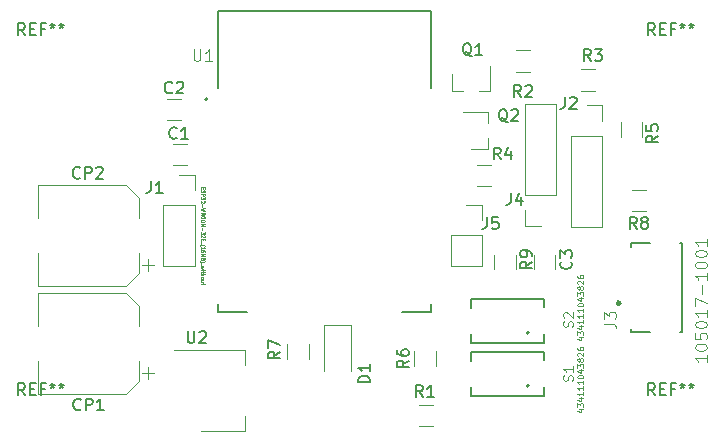
<source format=gto>
G04 #@! TF.GenerationSoftware,KiCad,Pcbnew,(5.1.9)-1*
G04 #@! TF.CreationDate,2021-04-15T13:25:18+02:00*
G04 #@! TF.ProjectId,microfoon,6d696372-6f66-46f6-9f6e-2e6b69636164,rev?*
G04 #@! TF.SameCoordinates,Original*
G04 #@! TF.FileFunction,Legend,Top*
G04 #@! TF.FilePolarity,Positive*
%FSLAX46Y46*%
G04 Gerber Fmt 4.6, Leading zero omitted, Abs format (unit mm)*
G04 Created by KiCad (PCBNEW (5.1.9)-1) date 2021-04-15 13:25:18*
%MOMM*%
%LPD*%
G01*
G04 APERTURE LIST*
%ADD10C,0.120000*%
%ADD11C,0.127000*%
%ADD12C,0.300000*%
%ADD13C,0.200000*%
%ADD14C,0.150000*%
%ADD15C,0.050000*%
G04 APERTURE END LIST*
D10*
X125290000Y-59202064D02*
X125290000Y-57997936D01*
X127110000Y-59202064D02*
X127110000Y-57997936D01*
X136897936Y-52490000D02*
X138102064Y-52490000D01*
X136897936Y-54310000D02*
X138102064Y-54310000D01*
X97565936Y-44810000D02*
X98770064Y-44810000D01*
X97565936Y-46630000D02*
X98770064Y-46630000D01*
X99302064Y-50410000D02*
X98097936Y-50410000D01*
X99302064Y-48590000D02*
X98097936Y-48590000D01*
X132597936Y-44110000D02*
X133802064Y-44110000D01*
X132597936Y-42290000D02*
X133802064Y-42290000D01*
D11*
X138430000Y-64550000D02*
X136850000Y-64550000D01*
X136850000Y-64550000D02*
X136850000Y-64279000D01*
X138430000Y-57050000D02*
X136850000Y-57050000D01*
X136850000Y-57050000D02*
X136850000Y-57321000D01*
D12*
X135900000Y-62100000D02*
G75*
G03*
X135900000Y-62100000I-100000J0D01*
G01*
D11*
X140970000Y-64550000D02*
X141150000Y-64550000D01*
X141150000Y-64550000D02*
X141150000Y-57050000D01*
X141150000Y-57050000D02*
X140970000Y-57050000D01*
D13*
X128200000Y-69100000D02*
G75*
G03*
X128200000Y-69100000I-100000J0D01*
G01*
X123300000Y-66250000D02*
X123300000Y-67000000D01*
X129500000Y-66250000D02*
X123300000Y-66250000D01*
X129500000Y-66900000D02*
X129500000Y-66250000D01*
X123300000Y-69950000D02*
X123300000Y-69200000D01*
X129500000Y-69950000D02*
X123300000Y-69950000D01*
X129500000Y-69200000D02*
X129500000Y-69950000D01*
X129500000Y-64700000D02*
X129500000Y-65450000D01*
X129500000Y-65450000D02*
X123300000Y-65450000D01*
X123300000Y-65450000D02*
X123300000Y-64700000D01*
X129500000Y-62400000D02*
X129500000Y-61750000D01*
X129500000Y-61750000D02*
X123300000Y-61750000D01*
X123300000Y-61750000D02*
X123300000Y-62500000D01*
X128200000Y-64600000D02*
G75*
G03*
X128200000Y-64600000I-100000J0D01*
G01*
D10*
X98200000Y-66090000D02*
X104210000Y-66090000D01*
X100450000Y-72910000D02*
X104210000Y-72910000D01*
X104210000Y-66090000D02*
X104210000Y-67350000D01*
X104210000Y-72910000D02*
X104210000Y-71650000D01*
D11*
X119900000Y-37350000D02*
X119900000Y-43850000D01*
X101900000Y-37350000D02*
X119900000Y-37350000D01*
X101900000Y-43850000D02*
X101900000Y-37350000D01*
X119900000Y-62850000D02*
X119900000Y-62200000D01*
X117450000Y-62850000D02*
X119900000Y-62850000D01*
X101900000Y-62850000D02*
X104350000Y-62850000D01*
X101900000Y-62200000D02*
X101900000Y-62850000D01*
D13*
X101000000Y-44850000D02*
G75*
G03*
X101000000Y-44850000I-100000J0D01*
G01*
D10*
X98600000Y-51230000D02*
X99930000Y-51230000D01*
X99930000Y-51230000D02*
X99930000Y-52560000D01*
X99930000Y-53830000D02*
X99930000Y-58970000D01*
X97270000Y-58970000D02*
X99930000Y-58970000D01*
X97270000Y-53830000D02*
X97270000Y-58970000D01*
X97270000Y-53830000D02*
X99930000Y-53830000D01*
X133100000Y-45370000D02*
X134430000Y-45370000D01*
X134430000Y-45370000D02*
X134430000Y-46700000D01*
X134430000Y-47970000D02*
X134430000Y-55650000D01*
X131770000Y-55650000D02*
X134430000Y-55650000D01*
X131770000Y-47970000D02*
X131770000Y-55650000D01*
X131770000Y-47970000D02*
X134430000Y-47970000D01*
X130530000Y-52950000D02*
X127870000Y-52950000D01*
X130530000Y-52950000D02*
X130530000Y-45270000D01*
X130530000Y-45270000D02*
X127870000Y-45270000D01*
X127870000Y-52950000D02*
X127870000Y-45270000D01*
X127870000Y-55550000D02*
X127870000Y-54220000D01*
X129200000Y-55550000D02*
X127870000Y-55550000D01*
X122900000Y-53770000D02*
X124230000Y-53770000D01*
X124230000Y-53770000D02*
X124230000Y-55100000D01*
X124230000Y-56370000D02*
X124230000Y-58970000D01*
X121570000Y-58970000D02*
X124230000Y-58970000D01*
X121570000Y-56370000D02*
X121570000Y-58970000D01*
X121570000Y-56370000D02*
X124230000Y-56370000D01*
X130450000Y-59202064D02*
X130450000Y-57997936D01*
X128630000Y-59202064D02*
X128630000Y-57997936D01*
X121720000Y-44160000D02*
X122650000Y-44160000D01*
X124880000Y-44160000D02*
X123950000Y-44160000D01*
X124880000Y-44160000D02*
X124880000Y-42000000D01*
X121720000Y-44160000D02*
X121720000Y-42700000D01*
X124760000Y-49080000D02*
X123300000Y-49080000D01*
X124760000Y-45920000D02*
X122600000Y-45920000D01*
X124760000Y-45920000D02*
X124760000Y-46850000D01*
X124760000Y-49080000D02*
X124760000Y-48150000D01*
X118897936Y-70690000D02*
X120102064Y-70690000D01*
X118897936Y-72510000D02*
X120102064Y-72510000D01*
X127097936Y-40690000D02*
X128302064Y-40690000D01*
X127097936Y-42510000D02*
X128302064Y-42510000D01*
X123797936Y-50390000D02*
X125002064Y-50390000D01*
X123797936Y-52210000D02*
X125002064Y-52210000D01*
X137810000Y-48002064D02*
X137810000Y-46797936D01*
X135990000Y-48002064D02*
X135990000Y-46797936D01*
X120310000Y-67402064D02*
X120310000Y-66197936D01*
X118490000Y-67402064D02*
X118490000Y-66197936D01*
X110869999Y-63960001D02*
X110869999Y-67845001D01*
X113139999Y-63960001D02*
X110869999Y-63960001D01*
X113139999Y-67845001D02*
X113139999Y-63960001D01*
X107754999Y-65602937D02*
X107754999Y-66807065D01*
X109574999Y-65602937D02*
X109574999Y-66807065D01*
X95932000Y-68542000D02*
X95932000Y-67542000D01*
X96432000Y-68042000D02*
X95432000Y-68042000D01*
X95192000Y-62336437D02*
X94127563Y-61272000D01*
X95192000Y-68727563D02*
X94127563Y-69792000D01*
X95192000Y-68727563D02*
X95192000Y-67042000D01*
X95192000Y-62336437D02*
X95192000Y-64022000D01*
X94127563Y-61272000D02*
X86672000Y-61272000D01*
X94127563Y-69792000D02*
X86672000Y-69792000D01*
X86672000Y-69792000D02*
X86672000Y-67042000D01*
X86672000Y-61272000D02*
X86672000Y-64022000D01*
X86672000Y-52128000D02*
X86672000Y-54878000D01*
X86672000Y-60648000D02*
X86672000Y-57898000D01*
X94127563Y-60648000D02*
X86672000Y-60648000D01*
X94127563Y-52128000D02*
X86672000Y-52128000D01*
X95192000Y-53192437D02*
X95192000Y-54878000D01*
X95192000Y-59583563D02*
X95192000Y-57898000D01*
X95192000Y-59583563D02*
X94127563Y-60648000D01*
X95192000Y-53192437D02*
X94127563Y-52128000D01*
X96432000Y-58898000D02*
X95432000Y-58898000D01*
X95932000Y-59398000D02*
X95932000Y-58398000D01*
D14*
X85534666Y-39416380D02*
X85201333Y-38940190D01*
X84963238Y-39416380D02*
X84963238Y-38416380D01*
X85344190Y-38416380D01*
X85439428Y-38464000D01*
X85487047Y-38511619D01*
X85534666Y-38606857D01*
X85534666Y-38749714D01*
X85487047Y-38844952D01*
X85439428Y-38892571D01*
X85344190Y-38940190D01*
X84963238Y-38940190D01*
X85963238Y-38892571D02*
X86296571Y-38892571D01*
X86439428Y-39416380D02*
X85963238Y-39416380D01*
X85963238Y-38416380D01*
X86439428Y-38416380D01*
X87201333Y-38892571D02*
X86868000Y-38892571D01*
X86868000Y-39416380D02*
X86868000Y-38416380D01*
X87344190Y-38416380D01*
X87868000Y-38416380D02*
X87868000Y-38654476D01*
X87629904Y-38559238D02*
X87868000Y-38654476D01*
X88106095Y-38559238D01*
X87725142Y-38844952D02*
X87868000Y-38654476D01*
X88010857Y-38844952D01*
X88629904Y-38416380D02*
X88629904Y-38654476D01*
X88391809Y-38559238D02*
X88629904Y-38654476D01*
X88868000Y-38559238D01*
X88487047Y-38844952D02*
X88629904Y-38654476D01*
X88772761Y-38844952D01*
X85534666Y-69896380D02*
X85201333Y-69420190D01*
X84963238Y-69896380D02*
X84963238Y-68896380D01*
X85344190Y-68896380D01*
X85439428Y-68944000D01*
X85487047Y-68991619D01*
X85534666Y-69086857D01*
X85534666Y-69229714D01*
X85487047Y-69324952D01*
X85439428Y-69372571D01*
X85344190Y-69420190D01*
X84963238Y-69420190D01*
X85963238Y-69372571D02*
X86296571Y-69372571D01*
X86439428Y-69896380D02*
X85963238Y-69896380D01*
X85963238Y-68896380D01*
X86439428Y-68896380D01*
X87201333Y-69372571D02*
X86868000Y-69372571D01*
X86868000Y-69896380D02*
X86868000Y-68896380D01*
X87344190Y-68896380D01*
X87868000Y-68896380D02*
X87868000Y-69134476D01*
X87629904Y-69039238D02*
X87868000Y-69134476D01*
X88106095Y-69039238D01*
X87725142Y-69324952D02*
X87868000Y-69134476D01*
X88010857Y-69324952D01*
X88629904Y-68896380D02*
X88629904Y-69134476D01*
X88391809Y-69039238D02*
X88629904Y-69134476D01*
X88868000Y-69039238D01*
X88487047Y-69324952D02*
X88629904Y-69134476D01*
X88772761Y-69324952D01*
X138874666Y-69896380D02*
X138541333Y-69420190D01*
X138303238Y-69896380D02*
X138303238Y-68896380D01*
X138684190Y-68896380D01*
X138779428Y-68944000D01*
X138827047Y-68991619D01*
X138874666Y-69086857D01*
X138874666Y-69229714D01*
X138827047Y-69324952D01*
X138779428Y-69372571D01*
X138684190Y-69420190D01*
X138303238Y-69420190D01*
X139303238Y-69372571D02*
X139636571Y-69372571D01*
X139779428Y-69896380D02*
X139303238Y-69896380D01*
X139303238Y-68896380D01*
X139779428Y-68896380D01*
X140541333Y-69372571D02*
X140208000Y-69372571D01*
X140208000Y-69896380D02*
X140208000Y-68896380D01*
X140684190Y-68896380D01*
X141208000Y-68896380D02*
X141208000Y-69134476D01*
X140969904Y-69039238D02*
X141208000Y-69134476D01*
X141446095Y-69039238D01*
X141065142Y-69324952D02*
X141208000Y-69134476D01*
X141350857Y-69324952D01*
X141969904Y-68896380D02*
X141969904Y-69134476D01*
X141731809Y-69039238D02*
X141969904Y-69134476D01*
X142208000Y-69039238D01*
X141827047Y-69324952D02*
X141969904Y-69134476D01*
X142112761Y-69324952D01*
X138874666Y-39416380D02*
X138541333Y-38940190D01*
X138303238Y-39416380D02*
X138303238Y-38416380D01*
X138684190Y-38416380D01*
X138779428Y-38464000D01*
X138827047Y-38511619D01*
X138874666Y-38606857D01*
X138874666Y-38749714D01*
X138827047Y-38844952D01*
X138779428Y-38892571D01*
X138684190Y-38940190D01*
X138303238Y-38940190D01*
X139303238Y-38892571D02*
X139636571Y-38892571D01*
X139779428Y-39416380D02*
X139303238Y-39416380D01*
X139303238Y-38416380D01*
X139779428Y-38416380D01*
X140541333Y-38892571D02*
X140208000Y-38892571D01*
X140208000Y-39416380D02*
X140208000Y-38416380D01*
X140684190Y-38416380D01*
X141208000Y-38416380D02*
X141208000Y-38654476D01*
X140969904Y-38559238D02*
X141208000Y-38654476D01*
X141446095Y-38559238D01*
X141065142Y-38844952D02*
X141208000Y-38654476D01*
X141350857Y-38844952D01*
X141969904Y-38416380D02*
X141969904Y-38654476D01*
X141731809Y-38559238D02*
X141969904Y-38654476D01*
X142208000Y-38559238D01*
X141827047Y-38844952D02*
X141969904Y-38654476D01*
X142112761Y-38844952D01*
X128468380Y-58586666D02*
X127992190Y-58920000D01*
X128468380Y-59158095D02*
X127468380Y-59158095D01*
X127468380Y-58777142D01*
X127516000Y-58681904D01*
X127563619Y-58634285D01*
X127658857Y-58586666D01*
X127801714Y-58586666D01*
X127896952Y-58634285D01*
X127944571Y-58681904D01*
X127992190Y-58777142D01*
X127992190Y-59158095D01*
X128468380Y-58110476D02*
X128468380Y-57920000D01*
X128420761Y-57824761D01*
X128373142Y-57777142D01*
X128230285Y-57681904D01*
X128039809Y-57634285D01*
X127658857Y-57634285D01*
X127563619Y-57681904D01*
X127516000Y-57729523D01*
X127468380Y-57824761D01*
X127468380Y-58015238D01*
X127516000Y-58110476D01*
X127563619Y-58158095D01*
X127658857Y-58205714D01*
X127896952Y-58205714D01*
X127992190Y-58158095D01*
X128039809Y-58110476D01*
X128087428Y-58015238D01*
X128087428Y-57824761D01*
X128039809Y-57729523D01*
X127992190Y-57681904D01*
X127896952Y-57634285D01*
X137333333Y-55824380D02*
X137000000Y-55348190D01*
X136761904Y-55824380D02*
X136761904Y-54824380D01*
X137142857Y-54824380D01*
X137238095Y-54872000D01*
X137285714Y-54919619D01*
X137333333Y-55014857D01*
X137333333Y-55157714D01*
X137285714Y-55252952D01*
X137238095Y-55300571D01*
X137142857Y-55348190D01*
X136761904Y-55348190D01*
X137904761Y-55252952D02*
X137809523Y-55205333D01*
X137761904Y-55157714D01*
X137714285Y-55062476D01*
X137714285Y-55014857D01*
X137761904Y-54919619D01*
X137809523Y-54872000D01*
X137904761Y-54824380D01*
X138095238Y-54824380D01*
X138190476Y-54872000D01*
X138238095Y-54919619D01*
X138285714Y-55014857D01*
X138285714Y-55062476D01*
X138238095Y-55157714D01*
X138190476Y-55205333D01*
X138095238Y-55252952D01*
X137904761Y-55252952D01*
X137809523Y-55300571D01*
X137761904Y-55348190D01*
X137714285Y-55443428D01*
X137714285Y-55633904D01*
X137761904Y-55729142D01*
X137809523Y-55776761D01*
X137904761Y-55824380D01*
X138095238Y-55824380D01*
X138190476Y-55776761D01*
X138238095Y-55729142D01*
X138285714Y-55633904D01*
X138285714Y-55443428D01*
X138238095Y-55348190D01*
X138190476Y-55300571D01*
X138095238Y-55252952D01*
X98001333Y-44257142D02*
X97953714Y-44304761D01*
X97810857Y-44352380D01*
X97715619Y-44352380D01*
X97572761Y-44304761D01*
X97477523Y-44209523D01*
X97429904Y-44114285D01*
X97382285Y-43923809D01*
X97382285Y-43780952D01*
X97429904Y-43590476D01*
X97477523Y-43495238D01*
X97572761Y-43400000D01*
X97715619Y-43352380D01*
X97810857Y-43352380D01*
X97953714Y-43400000D01*
X98001333Y-43447619D01*
X98382285Y-43447619D02*
X98429904Y-43400000D01*
X98525142Y-43352380D01*
X98763238Y-43352380D01*
X98858476Y-43400000D01*
X98906095Y-43447619D01*
X98953714Y-43542857D01*
X98953714Y-43638095D01*
X98906095Y-43780952D01*
X98334666Y-44352380D01*
X98953714Y-44352380D01*
X98385333Y-48109142D02*
X98337714Y-48156761D01*
X98194857Y-48204380D01*
X98099619Y-48204380D01*
X97956761Y-48156761D01*
X97861523Y-48061523D01*
X97813904Y-47966285D01*
X97766285Y-47775809D01*
X97766285Y-47632952D01*
X97813904Y-47442476D01*
X97861523Y-47347238D01*
X97956761Y-47252000D01*
X98099619Y-47204380D01*
X98194857Y-47204380D01*
X98337714Y-47252000D01*
X98385333Y-47299619D01*
X99337714Y-48204380D02*
X98766285Y-48204380D01*
X99052000Y-48204380D02*
X99052000Y-47204380D01*
X98956761Y-47347238D01*
X98861523Y-47442476D01*
X98766285Y-47490095D01*
X133437333Y-41600380D02*
X133104000Y-41124190D01*
X132865904Y-41600380D02*
X132865904Y-40600380D01*
X133246857Y-40600380D01*
X133342095Y-40648000D01*
X133389714Y-40695619D01*
X133437333Y-40790857D01*
X133437333Y-40933714D01*
X133389714Y-41028952D01*
X133342095Y-41076571D01*
X133246857Y-41124190D01*
X132865904Y-41124190D01*
X133770666Y-40600380D02*
X134389714Y-40600380D01*
X134056380Y-40981333D01*
X134199238Y-40981333D01*
X134294476Y-41028952D01*
X134342095Y-41076571D01*
X134389714Y-41171809D01*
X134389714Y-41409904D01*
X134342095Y-41505142D01*
X134294476Y-41552761D01*
X134199238Y-41600380D01*
X133913523Y-41600380D01*
X133818285Y-41552761D01*
X133770666Y-41505142D01*
D15*
X134579882Y-63833636D02*
X135294818Y-63833636D01*
X135437805Y-63881299D01*
X135533130Y-63976623D01*
X135580792Y-64119610D01*
X135580792Y-64214935D01*
X134579882Y-63452337D02*
X134579882Y-62832726D01*
X134961181Y-63166363D01*
X134961181Y-63023376D01*
X135008844Y-62928051D01*
X135056506Y-62880389D01*
X135151831Y-62832726D01*
X135390143Y-62832726D01*
X135485467Y-62880389D01*
X135533130Y-62928051D01*
X135580792Y-63023376D01*
X135580792Y-63309350D01*
X135533130Y-63404675D01*
X135485467Y-63452337D01*
X143273716Y-66504169D02*
X143273716Y-67076615D01*
X143273716Y-66790392D02*
X142271936Y-66790392D01*
X142415047Y-66885800D01*
X142510455Y-66981207D01*
X142558159Y-67076615D01*
X142271936Y-65884020D02*
X142271936Y-65788612D01*
X142319640Y-65693204D01*
X142367343Y-65645500D01*
X142462751Y-65597797D01*
X142653566Y-65550093D01*
X142892085Y-65550093D01*
X143082900Y-65597797D01*
X143178308Y-65645500D01*
X143226012Y-65693204D01*
X143273716Y-65788612D01*
X143273716Y-65884020D01*
X143226012Y-65979427D01*
X143178308Y-66027131D01*
X143082900Y-66074835D01*
X142892085Y-66122539D01*
X142653566Y-66122539D01*
X142462751Y-66074835D01*
X142367343Y-66027131D01*
X142319640Y-65979427D01*
X142271936Y-65884020D01*
X142271936Y-64643720D02*
X142271936Y-65120759D01*
X142748974Y-65168462D01*
X142701270Y-65120759D01*
X142653566Y-65025351D01*
X142653566Y-64786832D01*
X142701270Y-64691424D01*
X142748974Y-64643720D01*
X142844381Y-64596017D01*
X143082900Y-64596017D01*
X143178308Y-64643720D01*
X143226012Y-64691424D01*
X143273716Y-64786832D01*
X143273716Y-65025351D01*
X143226012Y-65120759D01*
X143178308Y-65168462D01*
X142271936Y-63975867D02*
X142271936Y-63880460D01*
X142319640Y-63785052D01*
X142367343Y-63737348D01*
X142462751Y-63689644D01*
X142653566Y-63641940D01*
X142892085Y-63641940D01*
X143082900Y-63689644D01*
X143178308Y-63737348D01*
X143226012Y-63785052D01*
X143273716Y-63880460D01*
X143273716Y-63975867D01*
X143226012Y-64071275D01*
X143178308Y-64118979D01*
X143082900Y-64166682D01*
X142892085Y-64214386D01*
X142653566Y-64214386D01*
X142462751Y-64166682D01*
X142367343Y-64118979D01*
X142319640Y-64071275D01*
X142271936Y-63975867D01*
X143273716Y-62687864D02*
X143273716Y-63260310D01*
X143273716Y-62974087D02*
X142271936Y-62974087D01*
X142415047Y-63069495D01*
X142510455Y-63164902D01*
X142558159Y-63260310D01*
X142271936Y-62353938D02*
X142271936Y-61686084D01*
X143273716Y-62115419D01*
X142892085Y-61304454D02*
X142892085Y-60541193D01*
X143273716Y-59539413D02*
X143273716Y-60111859D01*
X143273716Y-59825636D02*
X142271936Y-59825636D01*
X142415047Y-59921043D01*
X142510455Y-60016451D01*
X142558159Y-60111859D01*
X142271936Y-58919263D02*
X142271936Y-58823856D01*
X142319640Y-58728448D01*
X142367343Y-58680744D01*
X142462751Y-58633040D01*
X142653566Y-58585337D01*
X142892085Y-58585337D01*
X143082900Y-58633040D01*
X143178308Y-58680744D01*
X143226012Y-58728448D01*
X143273716Y-58823856D01*
X143273716Y-58919263D01*
X143226012Y-59014671D01*
X143178308Y-59062375D01*
X143082900Y-59110079D01*
X142892085Y-59157782D01*
X142653566Y-59157782D01*
X142462751Y-59110079D01*
X142367343Y-59062375D01*
X142319640Y-59014671D01*
X142271936Y-58919263D01*
X142271936Y-57965187D02*
X142271936Y-57869780D01*
X142319640Y-57774372D01*
X142367343Y-57726668D01*
X142462751Y-57678964D01*
X142653566Y-57631260D01*
X142892085Y-57631260D01*
X143082900Y-57678964D01*
X143178308Y-57726668D01*
X143226012Y-57774372D01*
X143273716Y-57869780D01*
X143273716Y-57965187D01*
X143226012Y-58060595D01*
X143178308Y-58108299D01*
X143082900Y-58156002D01*
X142892085Y-58203706D01*
X142653566Y-58203706D01*
X142462751Y-58156002D01*
X142367343Y-58108299D01*
X142319640Y-58060595D01*
X142271936Y-57965187D01*
X143273716Y-56677184D02*
X143273716Y-57249630D01*
X143273716Y-56963407D02*
X142271936Y-56963407D01*
X142415047Y-57058815D01*
X142510455Y-57154222D01*
X142558159Y-57249630D01*
X131895809Y-68681523D02*
X131933904Y-68567238D01*
X131933904Y-68376761D01*
X131895809Y-68300571D01*
X131857714Y-68262476D01*
X131781523Y-68224380D01*
X131705333Y-68224380D01*
X131629142Y-68262476D01*
X131591047Y-68300571D01*
X131552952Y-68376761D01*
X131514857Y-68529142D01*
X131476761Y-68605333D01*
X131438666Y-68643428D01*
X131362476Y-68681523D01*
X131286285Y-68681523D01*
X131210095Y-68643428D01*
X131172000Y-68605333D01*
X131133904Y-68529142D01*
X131133904Y-68338666D01*
X131172000Y-68224380D01*
X131933904Y-67462476D02*
X131933904Y-67919619D01*
X131933904Y-67691047D02*
X131133904Y-67691047D01*
X131248190Y-67767238D01*
X131324380Y-67843428D01*
X131362476Y-67919619D01*
X132480857Y-71103809D02*
X132814190Y-71103809D01*
X132290380Y-71222857D02*
X132647523Y-71341904D01*
X132647523Y-71032380D01*
X132314190Y-70889523D02*
X132314190Y-70580000D01*
X132504666Y-70746666D01*
X132504666Y-70675238D01*
X132528476Y-70627619D01*
X132552285Y-70603809D01*
X132599904Y-70580000D01*
X132718952Y-70580000D01*
X132766571Y-70603809D01*
X132790380Y-70627619D01*
X132814190Y-70675238D01*
X132814190Y-70818095D01*
X132790380Y-70865714D01*
X132766571Y-70889523D01*
X132480857Y-70151428D02*
X132814190Y-70151428D01*
X132290380Y-70270476D02*
X132647523Y-70389523D01*
X132647523Y-70080000D01*
X132814190Y-69627619D02*
X132814190Y-69913333D01*
X132814190Y-69770476D02*
X132314190Y-69770476D01*
X132385619Y-69818095D01*
X132433238Y-69865714D01*
X132457047Y-69913333D01*
X132814190Y-69151428D02*
X132814190Y-69437142D01*
X132814190Y-69294285D02*
X132314190Y-69294285D01*
X132385619Y-69341904D01*
X132433238Y-69389523D01*
X132457047Y-69437142D01*
X132814190Y-68675238D02*
X132814190Y-68960952D01*
X132814190Y-68818095D02*
X132314190Y-68818095D01*
X132385619Y-68865714D01*
X132433238Y-68913333D01*
X132457047Y-68960952D01*
X132314190Y-68365714D02*
X132314190Y-68318095D01*
X132338000Y-68270476D01*
X132361809Y-68246666D01*
X132409428Y-68222857D01*
X132504666Y-68199047D01*
X132623714Y-68199047D01*
X132718952Y-68222857D01*
X132766571Y-68246666D01*
X132790380Y-68270476D01*
X132814190Y-68318095D01*
X132814190Y-68365714D01*
X132790380Y-68413333D01*
X132766571Y-68437142D01*
X132718952Y-68460952D01*
X132623714Y-68484761D01*
X132504666Y-68484761D01*
X132409428Y-68460952D01*
X132361809Y-68437142D01*
X132338000Y-68413333D01*
X132314190Y-68365714D01*
X132480857Y-67770476D02*
X132814190Y-67770476D01*
X132290380Y-67889523D02*
X132647523Y-68008571D01*
X132647523Y-67699047D01*
X132314190Y-67556190D02*
X132314190Y-67246666D01*
X132504666Y-67413333D01*
X132504666Y-67341904D01*
X132528476Y-67294285D01*
X132552285Y-67270476D01*
X132599904Y-67246666D01*
X132718952Y-67246666D01*
X132766571Y-67270476D01*
X132790380Y-67294285D01*
X132814190Y-67341904D01*
X132814190Y-67484761D01*
X132790380Y-67532380D01*
X132766571Y-67556190D01*
X132528476Y-66960952D02*
X132504666Y-67008571D01*
X132480857Y-67032380D01*
X132433238Y-67056190D01*
X132409428Y-67056190D01*
X132361809Y-67032380D01*
X132338000Y-67008571D01*
X132314190Y-66960952D01*
X132314190Y-66865714D01*
X132338000Y-66818095D01*
X132361809Y-66794285D01*
X132409428Y-66770476D01*
X132433238Y-66770476D01*
X132480857Y-66794285D01*
X132504666Y-66818095D01*
X132528476Y-66865714D01*
X132528476Y-66960952D01*
X132552285Y-67008571D01*
X132576095Y-67032380D01*
X132623714Y-67056190D01*
X132718952Y-67056190D01*
X132766571Y-67032380D01*
X132790380Y-67008571D01*
X132814190Y-66960952D01*
X132814190Y-66865714D01*
X132790380Y-66818095D01*
X132766571Y-66794285D01*
X132718952Y-66770476D01*
X132623714Y-66770476D01*
X132576095Y-66794285D01*
X132552285Y-66818095D01*
X132528476Y-66865714D01*
X132361809Y-66580000D02*
X132338000Y-66556190D01*
X132314190Y-66508571D01*
X132314190Y-66389523D01*
X132338000Y-66341904D01*
X132361809Y-66318095D01*
X132409428Y-66294285D01*
X132457047Y-66294285D01*
X132528476Y-66318095D01*
X132814190Y-66603809D01*
X132814190Y-66294285D01*
X132314190Y-65865714D02*
X132314190Y-65960952D01*
X132338000Y-66008571D01*
X132361809Y-66032380D01*
X132433238Y-66080000D01*
X132528476Y-66103809D01*
X132718952Y-66103809D01*
X132766571Y-66080000D01*
X132790380Y-66056190D01*
X132814190Y-66008571D01*
X132814190Y-65913333D01*
X132790380Y-65865714D01*
X132766571Y-65841904D01*
X132718952Y-65818095D01*
X132599904Y-65818095D01*
X132552285Y-65841904D01*
X132528476Y-65865714D01*
X132504666Y-65913333D01*
X132504666Y-66008571D01*
X132528476Y-66056190D01*
X132552285Y-66080000D01*
X132599904Y-66103809D01*
X131895809Y-64109523D02*
X131933904Y-63995238D01*
X131933904Y-63804761D01*
X131895809Y-63728571D01*
X131857714Y-63690476D01*
X131781523Y-63652380D01*
X131705333Y-63652380D01*
X131629142Y-63690476D01*
X131591047Y-63728571D01*
X131552952Y-63804761D01*
X131514857Y-63957142D01*
X131476761Y-64033333D01*
X131438666Y-64071428D01*
X131362476Y-64109523D01*
X131286285Y-64109523D01*
X131210095Y-64071428D01*
X131172000Y-64033333D01*
X131133904Y-63957142D01*
X131133904Y-63766666D01*
X131172000Y-63652380D01*
X131210095Y-63347619D02*
X131172000Y-63309523D01*
X131133904Y-63233333D01*
X131133904Y-63042857D01*
X131172000Y-62966666D01*
X131210095Y-62928571D01*
X131286285Y-62890476D01*
X131362476Y-62890476D01*
X131476761Y-62928571D01*
X131933904Y-63385714D01*
X131933904Y-62890476D01*
X132480857Y-65007809D02*
X132814190Y-65007809D01*
X132290380Y-65126857D02*
X132647523Y-65245904D01*
X132647523Y-64936380D01*
X132314190Y-64793523D02*
X132314190Y-64484000D01*
X132504666Y-64650666D01*
X132504666Y-64579238D01*
X132528476Y-64531619D01*
X132552285Y-64507809D01*
X132599904Y-64484000D01*
X132718952Y-64484000D01*
X132766571Y-64507809D01*
X132790380Y-64531619D01*
X132814190Y-64579238D01*
X132814190Y-64722095D01*
X132790380Y-64769714D01*
X132766571Y-64793523D01*
X132480857Y-64055428D02*
X132814190Y-64055428D01*
X132290380Y-64174476D02*
X132647523Y-64293523D01*
X132647523Y-63984000D01*
X132814190Y-63531619D02*
X132814190Y-63817333D01*
X132814190Y-63674476D02*
X132314190Y-63674476D01*
X132385619Y-63722095D01*
X132433238Y-63769714D01*
X132457047Y-63817333D01*
X132814190Y-63055428D02*
X132814190Y-63341142D01*
X132814190Y-63198285D02*
X132314190Y-63198285D01*
X132385619Y-63245904D01*
X132433238Y-63293523D01*
X132457047Y-63341142D01*
X132814190Y-62579238D02*
X132814190Y-62864952D01*
X132814190Y-62722095D02*
X132314190Y-62722095D01*
X132385619Y-62769714D01*
X132433238Y-62817333D01*
X132457047Y-62864952D01*
X132314190Y-62269714D02*
X132314190Y-62222095D01*
X132338000Y-62174476D01*
X132361809Y-62150666D01*
X132409428Y-62126857D01*
X132504666Y-62103047D01*
X132623714Y-62103047D01*
X132718952Y-62126857D01*
X132766571Y-62150666D01*
X132790380Y-62174476D01*
X132814190Y-62222095D01*
X132814190Y-62269714D01*
X132790380Y-62317333D01*
X132766571Y-62341142D01*
X132718952Y-62364952D01*
X132623714Y-62388761D01*
X132504666Y-62388761D01*
X132409428Y-62364952D01*
X132361809Y-62341142D01*
X132338000Y-62317333D01*
X132314190Y-62269714D01*
X132480857Y-61674476D02*
X132814190Y-61674476D01*
X132290380Y-61793523D02*
X132647523Y-61912571D01*
X132647523Y-61603047D01*
X132314190Y-61460190D02*
X132314190Y-61150666D01*
X132504666Y-61317333D01*
X132504666Y-61245904D01*
X132528476Y-61198285D01*
X132552285Y-61174476D01*
X132599904Y-61150666D01*
X132718952Y-61150666D01*
X132766571Y-61174476D01*
X132790380Y-61198285D01*
X132814190Y-61245904D01*
X132814190Y-61388761D01*
X132790380Y-61436380D01*
X132766571Y-61460190D01*
X132528476Y-60864952D02*
X132504666Y-60912571D01*
X132480857Y-60936380D01*
X132433238Y-60960190D01*
X132409428Y-60960190D01*
X132361809Y-60936380D01*
X132338000Y-60912571D01*
X132314190Y-60864952D01*
X132314190Y-60769714D01*
X132338000Y-60722095D01*
X132361809Y-60698285D01*
X132409428Y-60674476D01*
X132433238Y-60674476D01*
X132480857Y-60698285D01*
X132504666Y-60722095D01*
X132528476Y-60769714D01*
X132528476Y-60864952D01*
X132552285Y-60912571D01*
X132576095Y-60936380D01*
X132623714Y-60960190D01*
X132718952Y-60960190D01*
X132766571Y-60936380D01*
X132790380Y-60912571D01*
X132814190Y-60864952D01*
X132814190Y-60769714D01*
X132790380Y-60722095D01*
X132766571Y-60698285D01*
X132718952Y-60674476D01*
X132623714Y-60674476D01*
X132576095Y-60698285D01*
X132552285Y-60722095D01*
X132528476Y-60769714D01*
X132361809Y-60484000D02*
X132338000Y-60460190D01*
X132314190Y-60412571D01*
X132314190Y-60293523D01*
X132338000Y-60245904D01*
X132361809Y-60222095D01*
X132409428Y-60198285D01*
X132457047Y-60198285D01*
X132528476Y-60222095D01*
X132814190Y-60507809D01*
X132814190Y-60198285D01*
X132314190Y-59769714D02*
X132314190Y-59864952D01*
X132338000Y-59912571D01*
X132361809Y-59936380D01*
X132433238Y-59984000D01*
X132528476Y-60007809D01*
X132718952Y-60007809D01*
X132766571Y-59984000D01*
X132790380Y-59960190D01*
X132814190Y-59912571D01*
X132814190Y-59817333D01*
X132790380Y-59769714D01*
X132766571Y-59745904D01*
X132718952Y-59722095D01*
X132599904Y-59722095D01*
X132552285Y-59745904D01*
X132528476Y-59769714D01*
X132504666Y-59817333D01*
X132504666Y-59912571D01*
X132528476Y-59960190D01*
X132552285Y-59984000D01*
X132599904Y-60007809D01*
D14*
X99314095Y-64476380D02*
X99314095Y-65285904D01*
X99361714Y-65381142D01*
X99409333Y-65428761D01*
X99504571Y-65476380D01*
X99695047Y-65476380D01*
X99790285Y-65428761D01*
X99837904Y-65381142D01*
X99885523Y-65285904D01*
X99885523Y-64476380D01*
X100314095Y-64571619D02*
X100361714Y-64524000D01*
X100456952Y-64476380D01*
X100695047Y-64476380D01*
X100790285Y-64524000D01*
X100837904Y-64571619D01*
X100885523Y-64666857D01*
X100885523Y-64762095D01*
X100837904Y-64904952D01*
X100266476Y-65476380D01*
X100885523Y-65476380D01*
D15*
X99822095Y-40600380D02*
X99822095Y-41409904D01*
X99869714Y-41505142D01*
X99917333Y-41552761D01*
X100012571Y-41600380D01*
X100203047Y-41600380D01*
X100298285Y-41552761D01*
X100345904Y-41505142D01*
X100393523Y-41409904D01*
X100393523Y-40600380D01*
X101393523Y-41600380D02*
X100822095Y-41600380D01*
X101107809Y-41600380D02*
X101107809Y-40600380D01*
X101012571Y-40743238D01*
X100917333Y-40838476D01*
X100822095Y-40886095D01*
X100605428Y-52302285D02*
X100605428Y-52402285D01*
X100448285Y-52445142D02*
X100448285Y-52302285D01*
X100748285Y-52302285D01*
X100748285Y-52445142D01*
X100462571Y-52559428D02*
X100448285Y-52602285D01*
X100448285Y-52673714D01*
X100462571Y-52702285D01*
X100476857Y-52716571D01*
X100505428Y-52730857D01*
X100534000Y-52730857D01*
X100562571Y-52716571D01*
X100576857Y-52702285D01*
X100591142Y-52673714D01*
X100605428Y-52616571D01*
X100619714Y-52588000D01*
X100634000Y-52573714D01*
X100662571Y-52559428D01*
X100691142Y-52559428D01*
X100719714Y-52573714D01*
X100734000Y-52588000D01*
X100748285Y-52616571D01*
X100748285Y-52688000D01*
X100734000Y-52730857D01*
X100448285Y-52859428D02*
X100748285Y-52859428D01*
X100748285Y-52973714D01*
X100734000Y-53002285D01*
X100719714Y-53016571D01*
X100691142Y-53030857D01*
X100648285Y-53030857D01*
X100619714Y-53016571D01*
X100605428Y-53002285D01*
X100591142Y-52973714D01*
X100591142Y-52859428D01*
X100748285Y-53130857D02*
X100748285Y-53316571D01*
X100634000Y-53216571D01*
X100634000Y-53259428D01*
X100619714Y-53288000D01*
X100605428Y-53302285D01*
X100576857Y-53316571D01*
X100505428Y-53316571D01*
X100476857Y-53302285D01*
X100462571Y-53288000D01*
X100448285Y-53259428D01*
X100448285Y-53173714D01*
X100462571Y-53145142D01*
X100476857Y-53130857D01*
X100719714Y-53430857D02*
X100734000Y-53445142D01*
X100748285Y-53473714D01*
X100748285Y-53545142D01*
X100734000Y-53573714D01*
X100719714Y-53588000D01*
X100691142Y-53602285D01*
X100662571Y-53602285D01*
X100619714Y-53588000D01*
X100448285Y-53416571D01*
X100448285Y-53602285D01*
X100562571Y-53730857D02*
X100562571Y-53959428D01*
X100748285Y-54073714D02*
X100448285Y-54145142D01*
X100662571Y-54202285D01*
X100448285Y-54259428D01*
X100748285Y-54330857D01*
X100448285Y-54616571D02*
X100591142Y-54516571D01*
X100448285Y-54445142D02*
X100748285Y-54445142D01*
X100748285Y-54559428D01*
X100734000Y-54588000D01*
X100719714Y-54602285D01*
X100691142Y-54616571D01*
X100648285Y-54616571D01*
X100619714Y-54602285D01*
X100605428Y-54588000D01*
X100591142Y-54559428D01*
X100591142Y-54445142D01*
X100748285Y-54802285D02*
X100748285Y-54859428D01*
X100734000Y-54888000D01*
X100705428Y-54916571D01*
X100648285Y-54930857D01*
X100548285Y-54930857D01*
X100491142Y-54916571D01*
X100462571Y-54888000D01*
X100448285Y-54859428D01*
X100448285Y-54802285D01*
X100462571Y-54773714D01*
X100491142Y-54745142D01*
X100548285Y-54730857D01*
X100648285Y-54730857D01*
X100705428Y-54745142D01*
X100734000Y-54773714D01*
X100748285Y-54802285D01*
X100748285Y-55116571D02*
X100748285Y-55173714D01*
X100734000Y-55202285D01*
X100705428Y-55230857D01*
X100648285Y-55245142D01*
X100548285Y-55245142D01*
X100491142Y-55230857D01*
X100462571Y-55202285D01*
X100448285Y-55173714D01*
X100448285Y-55116571D01*
X100462571Y-55088000D01*
X100491142Y-55059428D01*
X100548285Y-55045142D01*
X100648285Y-55045142D01*
X100705428Y-55059428D01*
X100734000Y-55088000D01*
X100748285Y-55116571D01*
X100448285Y-55373714D02*
X100748285Y-55373714D01*
X100534000Y-55473714D01*
X100748285Y-55573714D01*
X100448285Y-55573714D01*
X100562571Y-55716571D02*
X100562571Y-55945142D01*
X100748285Y-56059428D02*
X100748285Y-56245142D01*
X100634000Y-56145142D01*
X100634000Y-56188000D01*
X100619714Y-56216571D01*
X100605428Y-56230857D01*
X100576857Y-56245142D01*
X100505428Y-56245142D01*
X100476857Y-56230857D01*
X100462571Y-56216571D01*
X100448285Y-56188000D01*
X100448285Y-56102285D01*
X100462571Y-56073714D01*
X100476857Y-56059428D01*
X100719714Y-56359428D02*
X100734000Y-56373714D01*
X100748285Y-56402285D01*
X100748285Y-56473714D01*
X100734000Y-56502285D01*
X100719714Y-56516571D01*
X100691142Y-56530857D01*
X100662571Y-56530857D01*
X100619714Y-56516571D01*
X100448285Y-56345142D01*
X100448285Y-56530857D01*
X100605428Y-56659428D02*
X100605428Y-56759428D01*
X100448285Y-56802285D02*
X100448285Y-56659428D01*
X100748285Y-56659428D01*
X100748285Y-56802285D01*
X100419714Y-56859428D02*
X100419714Y-57088000D01*
X100334000Y-57245142D02*
X100348285Y-57230857D01*
X100391142Y-57202285D01*
X100419714Y-57188000D01*
X100462571Y-57173714D01*
X100534000Y-57159428D01*
X100591142Y-57159428D01*
X100662571Y-57173714D01*
X100705428Y-57188000D01*
X100734000Y-57202285D01*
X100776857Y-57230857D01*
X100791142Y-57245142D01*
X100448285Y-57516571D02*
X100448285Y-57345142D01*
X100448285Y-57430857D02*
X100748285Y-57430857D01*
X100705428Y-57402285D01*
X100676857Y-57373714D01*
X100662571Y-57345142D01*
X100748285Y-57773714D02*
X100748285Y-57716571D01*
X100734000Y-57688000D01*
X100719714Y-57673714D01*
X100676857Y-57645142D01*
X100619714Y-57630857D01*
X100505428Y-57630857D01*
X100476857Y-57645142D01*
X100462571Y-57659428D01*
X100448285Y-57688000D01*
X100448285Y-57745142D01*
X100462571Y-57773714D01*
X100476857Y-57788000D01*
X100505428Y-57802285D01*
X100576857Y-57802285D01*
X100605428Y-57788000D01*
X100619714Y-57773714D01*
X100634000Y-57745142D01*
X100634000Y-57688000D01*
X100619714Y-57659428D01*
X100605428Y-57645142D01*
X100576857Y-57630857D01*
X100448285Y-57930857D02*
X100748285Y-57930857D01*
X100534000Y-58030857D01*
X100748285Y-58130857D01*
X100448285Y-58130857D01*
X100605428Y-58373714D02*
X100591142Y-58416571D01*
X100576857Y-58430857D01*
X100548285Y-58445142D01*
X100505428Y-58445142D01*
X100476857Y-58430857D01*
X100462571Y-58416571D01*
X100448285Y-58388000D01*
X100448285Y-58273714D01*
X100748285Y-58273714D01*
X100748285Y-58373714D01*
X100734000Y-58402285D01*
X100719714Y-58416571D01*
X100691142Y-58430857D01*
X100662571Y-58430857D01*
X100634000Y-58416571D01*
X100619714Y-58402285D01*
X100605428Y-58373714D01*
X100605428Y-58273714D01*
X100334000Y-58545142D02*
X100348285Y-58559428D01*
X100391142Y-58588000D01*
X100419714Y-58602285D01*
X100462571Y-58616571D01*
X100534000Y-58630857D01*
X100591142Y-58630857D01*
X100662571Y-58616571D01*
X100705428Y-58602285D01*
X100734000Y-58588000D01*
X100776857Y-58559428D01*
X100791142Y-58545142D01*
X100419714Y-58702285D02*
X100419714Y-58930857D01*
X100648285Y-58973714D02*
X100448285Y-59030857D01*
X100591142Y-59088000D01*
X100448285Y-59145142D01*
X100648285Y-59202285D01*
X100448285Y-59316571D02*
X100648285Y-59316571D01*
X100748285Y-59316571D02*
X100734000Y-59302285D01*
X100719714Y-59316571D01*
X100734000Y-59330857D01*
X100748285Y-59316571D01*
X100719714Y-59316571D01*
X100648285Y-59416571D02*
X100648285Y-59530857D01*
X100748285Y-59459428D02*
X100491142Y-59459428D01*
X100462571Y-59473714D01*
X100448285Y-59502285D01*
X100448285Y-59530857D01*
X100448285Y-59630857D02*
X100748285Y-59630857D01*
X100448285Y-59759428D02*
X100605428Y-59759428D01*
X100634000Y-59745142D01*
X100648285Y-59716571D01*
X100648285Y-59673714D01*
X100634000Y-59645142D01*
X100619714Y-59630857D01*
X100448285Y-59945142D02*
X100462571Y-59916571D01*
X100476857Y-59902285D01*
X100505428Y-59888000D01*
X100591142Y-59888000D01*
X100619714Y-59902285D01*
X100634000Y-59916571D01*
X100648285Y-59945142D01*
X100648285Y-59988000D01*
X100634000Y-60016571D01*
X100619714Y-60030857D01*
X100591142Y-60045142D01*
X100505428Y-60045142D01*
X100476857Y-60030857D01*
X100462571Y-60016571D01*
X100448285Y-59988000D01*
X100448285Y-59945142D01*
X100648285Y-60302285D02*
X100448285Y-60302285D01*
X100648285Y-60173714D02*
X100491142Y-60173714D01*
X100462571Y-60188000D01*
X100448285Y-60216571D01*
X100448285Y-60259428D01*
X100462571Y-60288000D01*
X100476857Y-60302285D01*
X100648285Y-60402285D02*
X100648285Y-60516571D01*
X100748285Y-60445142D02*
X100491142Y-60445142D01*
X100462571Y-60459428D01*
X100448285Y-60488000D01*
X100448285Y-60516571D01*
D14*
X96186666Y-51776380D02*
X96186666Y-52490666D01*
X96139047Y-52633523D01*
X96043809Y-52728761D01*
X95900952Y-52776380D01*
X95805714Y-52776380D01*
X97186666Y-52776380D02*
X96615238Y-52776380D01*
X96900952Y-52776380D02*
X96900952Y-51776380D01*
X96805714Y-51919238D01*
X96710476Y-52014476D01*
X96615238Y-52062095D01*
X131238666Y-44664380D02*
X131238666Y-45378666D01*
X131191047Y-45521523D01*
X131095809Y-45616761D01*
X130952952Y-45664380D01*
X130857714Y-45664380D01*
X131667238Y-44759619D02*
X131714857Y-44712000D01*
X131810095Y-44664380D01*
X132048190Y-44664380D01*
X132143428Y-44712000D01*
X132191047Y-44759619D01*
X132238666Y-44854857D01*
X132238666Y-44950095D01*
X132191047Y-45092952D01*
X131619619Y-45664380D01*
X132238666Y-45664380D01*
X126666666Y-52792380D02*
X126666666Y-53506666D01*
X126619047Y-53649523D01*
X126523809Y-53744761D01*
X126380952Y-53792380D01*
X126285714Y-53792380D01*
X127571428Y-53125714D02*
X127571428Y-53792380D01*
X127333333Y-52744761D02*
X127095238Y-53459047D01*
X127714285Y-53459047D01*
X124634666Y-54824380D02*
X124634666Y-55538666D01*
X124587047Y-55681523D01*
X124491809Y-55776761D01*
X124348952Y-55824380D01*
X124253714Y-55824380D01*
X125587047Y-54824380D02*
X125110857Y-54824380D01*
X125063238Y-55300571D01*
X125110857Y-55252952D01*
X125206095Y-55205333D01*
X125444190Y-55205333D01*
X125539428Y-55252952D01*
X125587047Y-55300571D01*
X125634666Y-55395809D01*
X125634666Y-55633904D01*
X125587047Y-55729142D01*
X125539428Y-55776761D01*
X125444190Y-55824380D01*
X125206095Y-55824380D01*
X125110857Y-55776761D01*
X125063238Y-55729142D01*
X131761142Y-58586666D02*
X131808761Y-58634285D01*
X131856380Y-58777142D01*
X131856380Y-58872380D01*
X131808761Y-59015238D01*
X131713523Y-59110476D01*
X131618285Y-59158095D01*
X131427809Y-59205714D01*
X131284952Y-59205714D01*
X131094476Y-59158095D01*
X130999238Y-59110476D01*
X130904000Y-59015238D01*
X130856380Y-58872380D01*
X130856380Y-58777142D01*
X130904000Y-58634285D01*
X130951619Y-58586666D01*
X130856380Y-58253333D02*
X130856380Y-57634285D01*
X131237333Y-57967619D01*
X131237333Y-57824761D01*
X131284952Y-57729523D01*
X131332571Y-57681904D01*
X131427809Y-57634285D01*
X131665904Y-57634285D01*
X131761142Y-57681904D01*
X131808761Y-57729523D01*
X131856380Y-57824761D01*
X131856380Y-58110476D01*
X131808761Y-58205714D01*
X131761142Y-58253333D01*
X123348761Y-41187619D02*
X123253523Y-41140000D01*
X123158285Y-41044761D01*
X123015428Y-40901904D01*
X122920190Y-40854285D01*
X122824952Y-40854285D01*
X122872571Y-41092380D02*
X122777333Y-41044761D01*
X122682095Y-40949523D01*
X122634476Y-40759047D01*
X122634476Y-40425714D01*
X122682095Y-40235238D01*
X122777333Y-40140000D01*
X122872571Y-40092380D01*
X123063047Y-40092380D01*
X123158285Y-40140000D01*
X123253523Y-40235238D01*
X123301142Y-40425714D01*
X123301142Y-40759047D01*
X123253523Y-40949523D01*
X123158285Y-41044761D01*
X123063047Y-41092380D01*
X122872571Y-41092380D01*
X124253523Y-41092380D02*
X123682095Y-41092380D01*
X123967809Y-41092380D02*
X123967809Y-40092380D01*
X123872571Y-40235238D01*
X123777333Y-40330476D01*
X123682095Y-40378095D01*
X126396761Y-46775619D02*
X126301523Y-46728000D01*
X126206285Y-46632761D01*
X126063428Y-46489904D01*
X125968190Y-46442285D01*
X125872952Y-46442285D01*
X125920571Y-46680380D02*
X125825333Y-46632761D01*
X125730095Y-46537523D01*
X125682476Y-46347047D01*
X125682476Y-46013714D01*
X125730095Y-45823238D01*
X125825333Y-45728000D01*
X125920571Y-45680380D01*
X126111047Y-45680380D01*
X126206285Y-45728000D01*
X126301523Y-45823238D01*
X126349142Y-46013714D01*
X126349142Y-46347047D01*
X126301523Y-46537523D01*
X126206285Y-46632761D01*
X126111047Y-46680380D01*
X125920571Y-46680380D01*
X126730095Y-45775619D02*
X126777714Y-45728000D01*
X126872952Y-45680380D01*
X127111047Y-45680380D01*
X127206285Y-45728000D01*
X127253904Y-45775619D01*
X127301523Y-45870857D01*
X127301523Y-45966095D01*
X127253904Y-46108952D01*
X126682476Y-46680380D01*
X127301523Y-46680380D01*
X119213333Y-70048380D02*
X118880000Y-69572190D01*
X118641904Y-70048380D02*
X118641904Y-69048380D01*
X119022857Y-69048380D01*
X119118095Y-69096000D01*
X119165714Y-69143619D01*
X119213333Y-69238857D01*
X119213333Y-69381714D01*
X119165714Y-69476952D01*
X119118095Y-69524571D01*
X119022857Y-69572190D01*
X118641904Y-69572190D01*
X120165714Y-70048380D02*
X119594285Y-70048380D01*
X119880000Y-70048380D02*
X119880000Y-69048380D01*
X119784761Y-69191238D01*
X119689523Y-69286476D01*
X119594285Y-69334095D01*
X127533333Y-44648380D02*
X127200000Y-44172190D01*
X126961904Y-44648380D02*
X126961904Y-43648380D01*
X127342857Y-43648380D01*
X127438095Y-43696000D01*
X127485714Y-43743619D01*
X127533333Y-43838857D01*
X127533333Y-43981714D01*
X127485714Y-44076952D01*
X127438095Y-44124571D01*
X127342857Y-44172190D01*
X126961904Y-44172190D01*
X127914285Y-43743619D02*
X127961904Y-43696000D01*
X128057142Y-43648380D01*
X128295238Y-43648380D01*
X128390476Y-43696000D01*
X128438095Y-43743619D01*
X128485714Y-43838857D01*
X128485714Y-43934095D01*
X128438095Y-44076952D01*
X127866666Y-44648380D01*
X128485714Y-44648380D01*
X125817333Y-49932380D02*
X125484000Y-49456190D01*
X125245904Y-49932380D02*
X125245904Y-48932380D01*
X125626857Y-48932380D01*
X125722095Y-48980000D01*
X125769714Y-49027619D01*
X125817333Y-49122857D01*
X125817333Y-49265714D01*
X125769714Y-49360952D01*
X125722095Y-49408571D01*
X125626857Y-49456190D01*
X125245904Y-49456190D01*
X126674476Y-49265714D02*
X126674476Y-49932380D01*
X126436380Y-48884761D02*
X126198285Y-49599047D01*
X126817333Y-49599047D01*
X139136380Y-47918666D02*
X138660190Y-48252000D01*
X139136380Y-48490095D02*
X138136380Y-48490095D01*
X138136380Y-48109142D01*
X138184000Y-48013904D01*
X138231619Y-47966285D01*
X138326857Y-47918666D01*
X138469714Y-47918666D01*
X138564952Y-47966285D01*
X138612571Y-48013904D01*
X138660190Y-48109142D01*
X138660190Y-48490095D01*
X138136380Y-47013904D02*
X138136380Y-47490095D01*
X138612571Y-47537714D01*
X138564952Y-47490095D01*
X138517333Y-47394857D01*
X138517333Y-47156761D01*
X138564952Y-47061523D01*
X138612571Y-47013904D01*
X138707809Y-46966285D01*
X138945904Y-46966285D01*
X139041142Y-47013904D01*
X139088761Y-47061523D01*
X139136380Y-47156761D01*
X139136380Y-47394857D01*
X139088761Y-47490095D01*
X139041142Y-47537714D01*
X118032380Y-66966666D02*
X117556190Y-67300000D01*
X118032380Y-67538095D02*
X117032380Y-67538095D01*
X117032380Y-67157142D01*
X117080000Y-67061904D01*
X117127619Y-67014285D01*
X117222857Y-66966666D01*
X117365714Y-66966666D01*
X117460952Y-67014285D01*
X117508571Y-67061904D01*
X117556190Y-67157142D01*
X117556190Y-67538095D01*
X117032380Y-66109523D02*
X117032380Y-66300000D01*
X117080000Y-66395238D01*
X117127619Y-66442857D01*
X117270476Y-66538095D01*
X117460952Y-66585714D01*
X117841904Y-66585714D01*
X117937142Y-66538095D01*
X117984761Y-66490476D01*
X118032380Y-66395238D01*
X118032380Y-66204761D01*
X117984761Y-66109523D01*
X117937142Y-66061904D01*
X117841904Y-66014285D01*
X117603809Y-66014285D01*
X117508571Y-66061904D01*
X117460952Y-66109523D01*
X117413333Y-66204761D01*
X117413333Y-66395238D01*
X117460952Y-66490476D01*
X117508571Y-66538095D01*
X117603809Y-66585714D01*
X114752380Y-68810095D02*
X113752380Y-68810095D01*
X113752380Y-68572000D01*
X113800000Y-68429142D01*
X113895238Y-68333904D01*
X113990476Y-68286285D01*
X114180952Y-68238666D01*
X114323809Y-68238666D01*
X114514285Y-68286285D01*
X114609523Y-68333904D01*
X114704761Y-68429142D01*
X114752380Y-68572000D01*
X114752380Y-68810095D01*
X114752380Y-67286285D02*
X114752380Y-67857714D01*
X114752380Y-67572000D02*
X113752380Y-67572000D01*
X113895238Y-67667238D01*
X113990476Y-67762476D01*
X114038095Y-67857714D01*
X107132380Y-66206666D02*
X106656190Y-66540000D01*
X107132380Y-66778095D02*
X106132380Y-66778095D01*
X106132380Y-66397142D01*
X106180000Y-66301904D01*
X106227619Y-66254285D01*
X106322857Y-66206666D01*
X106465714Y-66206666D01*
X106560952Y-66254285D01*
X106608571Y-66301904D01*
X106656190Y-66397142D01*
X106656190Y-66778095D01*
X106132380Y-65873333D02*
X106132380Y-65206666D01*
X107132380Y-65635238D01*
X90265333Y-71089142D02*
X90217714Y-71136761D01*
X90074857Y-71184380D01*
X89979619Y-71184380D01*
X89836761Y-71136761D01*
X89741523Y-71041523D01*
X89693904Y-70946285D01*
X89646285Y-70755809D01*
X89646285Y-70612952D01*
X89693904Y-70422476D01*
X89741523Y-70327238D01*
X89836761Y-70232000D01*
X89979619Y-70184380D01*
X90074857Y-70184380D01*
X90217714Y-70232000D01*
X90265333Y-70279619D01*
X90693904Y-71184380D02*
X90693904Y-70184380D01*
X91074857Y-70184380D01*
X91170095Y-70232000D01*
X91217714Y-70279619D01*
X91265333Y-70374857D01*
X91265333Y-70517714D01*
X91217714Y-70612952D01*
X91170095Y-70660571D01*
X91074857Y-70708190D01*
X90693904Y-70708190D01*
X92217714Y-71184380D02*
X91646285Y-71184380D01*
X91932000Y-71184380D02*
X91932000Y-70184380D01*
X91836761Y-70327238D01*
X91741523Y-70422476D01*
X91646285Y-70470095D01*
X90197333Y-51469142D02*
X90149714Y-51516761D01*
X90006857Y-51564380D01*
X89911619Y-51564380D01*
X89768761Y-51516761D01*
X89673523Y-51421523D01*
X89625904Y-51326285D01*
X89578285Y-51135809D01*
X89578285Y-50992952D01*
X89625904Y-50802476D01*
X89673523Y-50707238D01*
X89768761Y-50612000D01*
X89911619Y-50564380D01*
X90006857Y-50564380D01*
X90149714Y-50612000D01*
X90197333Y-50659619D01*
X90625904Y-51564380D02*
X90625904Y-50564380D01*
X91006857Y-50564380D01*
X91102095Y-50612000D01*
X91149714Y-50659619D01*
X91197333Y-50754857D01*
X91197333Y-50897714D01*
X91149714Y-50992952D01*
X91102095Y-51040571D01*
X91006857Y-51088190D01*
X90625904Y-51088190D01*
X91578285Y-50659619D02*
X91625904Y-50612000D01*
X91721142Y-50564380D01*
X91959238Y-50564380D01*
X92054476Y-50612000D01*
X92102095Y-50659619D01*
X92149714Y-50754857D01*
X92149714Y-50850095D01*
X92102095Y-50992952D01*
X91530666Y-51564380D01*
X92149714Y-51564380D01*
M02*

</source>
